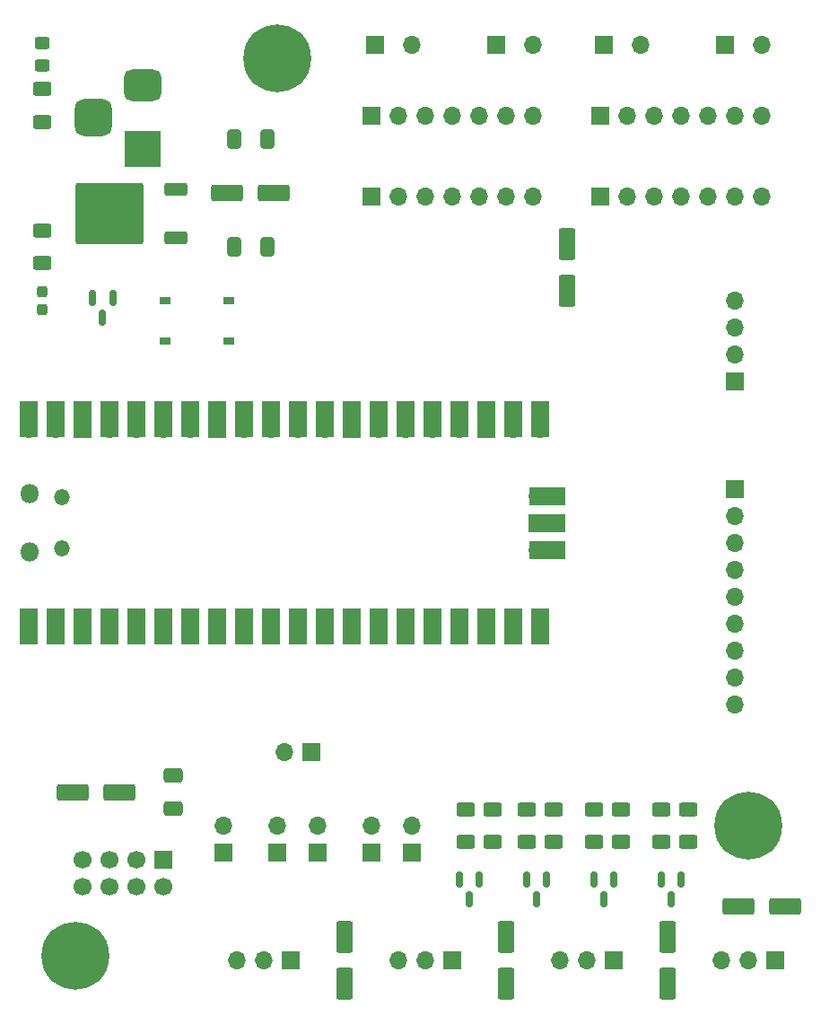
<source format=gts>
%TF.GenerationSoftware,KiCad,Pcbnew,8.0.1-8.0.1-1~ubuntu22.04.1*%
%TF.CreationDate,2024-10-21T19:50:32-04:00*%
%TF.ProjectId,RedRobotBreakout,52656452-6f62-46f7-9442-7265616b6f75,rev?*%
%TF.SameCoordinates,Original*%
%TF.FileFunction,Soldermask,Top*%
%TF.FilePolarity,Negative*%
%FSLAX46Y46*%
G04 Gerber Fmt 4.6, Leading zero omitted, Abs format (unit mm)*
G04 Created by KiCad (PCBNEW 8.0.1-8.0.1-1~ubuntu22.04.1) date 2024-10-21 19:50:32*
%MOMM*%
%LPD*%
G01*
G04 APERTURE LIST*
G04 Aperture macros list*
%AMRoundRect*
0 Rectangle with rounded corners*
0 $1 Rounding radius*
0 $2 $3 $4 $5 $6 $7 $8 $9 X,Y pos of 4 corners*
0 Add a 4 corners polygon primitive as box body*
4,1,4,$2,$3,$4,$5,$6,$7,$8,$9,$2,$3,0*
0 Add four circle primitives for the rounded corners*
1,1,$1+$1,$2,$3*
1,1,$1+$1,$4,$5*
1,1,$1+$1,$6,$7*
1,1,$1+$1,$8,$9*
0 Add four rect primitives between the rounded corners*
20,1,$1+$1,$2,$3,$4,$5,0*
20,1,$1+$1,$4,$5,$6,$7,0*
20,1,$1+$1,$6,$7,$8,$9,0*
20,1,$1+$1,$8,$9,$2,$3,0*%
G04 Aperture macros list end*
%ADD10RoundRect,0.250000X0.850000X0.350000X-0.850000X0.350000X-0.850000X-0.350000X0.850000X-0.350000X0*%
%ADD11RoundRect,0.249997X2.950003X2.650003X-2.950003X2.650003X-2.950003X-2.650003X2.950003X-2.650003X0*%
%ADD12RoundRect,0.875000X-0.875000X0.875000X-0.875000X-0.875000X0.875000X-0.875000X0.875000X0.875000X0*%
%ADD13RoundRect,0.750000X-1.000000X0.750000X-1.000000X-0.750000X1.000000X-0.750000X1.000000X0.750000X0*%
%ADD14R,3.500000X3.500000*%
%ADD15RoundRect,0.250000X-0.550000X1.250000X-0.550000X-1.250000X0.550000X-1.250000X0.550000X1.250000X0*%
%ADD16RoundRect,0.250000X-1.250000X-0.550000X1.250000X-0.550000X1.250000X0.550000X-1.250000X0.550000X0*%
%ADD17RoundRect,0.250000X-0.625000X0.400000X-0.625000X-0.400000X0.625000X-0.400000X0.625000X0.400000X0*%
%ADD18R,1.700000X1.700000*%
%ADD19O,1.700000X1.700000*%
%ADD20RoundRect,0.250000X0.650000X-0.412500X0.650000X0.412500X-0.650000X0.412500X-0.650000X-0.412500X0*%
%ADD21C,0.800000*%
%ADD22C,6.400000*%
%ADD23RoundRect,0.250000X-0.450000X0.325000X-0.450000X-0.325000X0.450000X-0.325000X0.450000X0.325000X0*%
%ADD24RoundRect,0.250000X1.250000X0.550000X-1.250000X0.550000X-1.250000X-0.550000X1.250000X-0.550000X0*%
%ADD25C,1.700000*%
%ADD26RoundRect,0.150000X-0.150000X0.587500X-0.150000X-0.587500X0.150000X-0.587500X0.150000X0.587500X0*%
%ADD27RoundRect,0.250000X0.625000X-0.400000X0.625000X0.400000X-0.625000X0.400000X-0.625000X-0.400000X0*%
%ADD28RoundRect,0.250000X-0.412500X-0.650000X0.412500X-0.650000X0.412500X0.650000X-0.412500X0.650000X0*%
%ADD29R,3.500000X1.700000*%
%ADD30R,1.700000X3.500000*%
%ADD31O,1.800000X1.800000*%
%ADD32O,1.500000X1.500000*%
%ADD33R,1.000000X0.750000*%
%ADD34RoundRect,0.237500X-0.237500X0.287500X-0.237500X-0.287500X0.237500X-0.287500X0.237500X0.287500X0*%
G04 APERTURE END LIST*
D10*
%TO.C,U5*%
X158075000Y-54985000D03*
D11*
X151775000Y-52705000D03*
D10*
X158075000Y-50425000D03*
%TD*%
D12*
%TO.C,J5*%
X150240000Y-43640000D03*
D13*
X154940000Y-40640000D03*
D14*
X154940000Y-46640000D03*
%TD*%
D15*
%TO.C,C10*%
X173990000Y-125390000D03*
X173990000Y-120990000D03*
%TD*%
%TO.C,C9*%
X189230000Y-120990000D03*
X189230000Y-125390000D03*
%TD*%
%TO.C,C8*%
X204470000Y-120990000D03*
X204470000Y-125390000D03*
%TD*%
D16*
%TO.C,C7*%
X211160000Y-118110000D03*
X215560000Y-118110000D03*
%TD*%
D17*
%TO.C,R6*%
X200025000Y-108940000D03*
X200025000Y-112040000D03*
%TD*%
D18*
%TO.C,U3*%
X198115000Y-51170000D03*
D19*
X200655000Y-51170000D03*
X203195000Y-51170000D03*
X205735000Y-51170000D03*
X208275000Y-51170000D03*
X210815000Y-51170000D03*
X213355000Y-51170000D03*
X213355000Y-43550000D03*
X210815000Y-43550000D03*
X208275000Y-43550000D03*
X205735000Y-43550000D03*
X203195000Y-43550000D03*
X200655000Y-43550000D03*
D18*
X198115000Y-43550000D03*
%TD*%
D20*
%TO.C,C2*%
X157820000Y-108877500D03*
X157820000Y-105752500D03*
%TD*%
D21*
%TO.C,H3*%
X150990000Y-122762944D03*
X150287056Y-124460000D03*
X150287056Y-121065888D03*
X148590000Y-125162944D03*
D22*
X148590000Y-122762944D03*
D21*
X148590000Y-120362944D03*
X146892944Y-124460000D03*
X146892944Y-121065888D03*
X146190000Y-122762944D03*
%TD*%
D19*
%TO.C,J3*%
X201930000Y-36830000D03*
D18*
X198430000Y-36830000D03*
%TD*%
%TO.C,J16*%
X176530000Y-113035000D03*
D19*
X176530000Y-110495000D03*
%TD*%
%TO.C,J1*%
X180340000Y-36830000D03*
D18*
X176840000Y-36830000D03*
%TD*%
D23*
%TO.C,D1*%
X145415000Y-36685000D03*
X145415000Y-38735000D03*
%TD*%
D24*
%TO.C,C1*%
X152695000Y-107315000D03*
X148295000Y-107315000D03*
%TD*%
D18*
%TO.C,J13*%
X162560000Y-113035000D03*
D19*
X162560000Y-110495000D03*
%TD*%
D18*
%TO.C,U4*%
X156845000Y-113665000D03*
D25*
X156845000Y-116205000D03*
X154305000Y-113665000D03*
X154305000Y-116205000D03*
X151765000Y-113665000D03*
X151765000Y-116205000D03*
X149225000Y-113665000D03*
X149225000Y-116205000D03*
%TD*%
D16*
%TO.C,C4*%
X162900000Y-50800000D03*
X167300000Y-50800000D03*
%TD*%
D21*
%TO.C,H1*%
X214490000Y-110490000D03*
X213787056Y-112187056D03*
X213787056Y-108792944D03*
X212090000Y-112890000D03*
D22*
X212090000Y-110490000D03*
D21*
X212090000Y-108090000D03*
X210392944Y-112187056D03*
X210392944Y-108792944D03*
X209690000Y-110490000D03*
%TD*%
D18*
%TO.C,J15*%
X171450000Y-113035000D03*
D19*
X171450000Y-110495000D03*
%TD*%
D17*
%TO.C,R10*%
X187960000Y-108940000D03*
X187960000Y-112040000D03*
%TD*%
D26*
%TO.C,Q4*%
X186690000Y-115570000D03*
X184790000Y-115570000D03*
X185740000Y-117445000D03*
%TD*%
%TO.C,D2*%
X150180000Y-60657500D03*
X152080000Y-60657500D03*
X151130000Y-62532500D03*
%TD*%
D27*
%TO.C,R2*%
X145415000Y-57430000D03*
X145415000Y-54330000D03*
%TD*%
D18*
%TO.C,U2*%
X176525000Y-51170000D03*
D19*
X179065000Y-51170000D03*
X181605000Y-51170000D03*
X184145000Y-51170000D03*
X186685000Y-51170000D03*
X189225000Y-51170000D03*
X191765000Y-51170000D03*
X191765000Y-43550000D03*
X189225000Y-43550000D03*
X186685000Y-43550000D03*
X184145000Y-43550000D03*
X181605000Y-43550000D03*
X179065000Y-43550000D03*
D18*
X176525000Y-43550000D03*
%TD*%
D19*
%TO.C,J8*%
X179055000Y-123190000D03*
X181595000Y-123190000D03*
D18*
X184135000Y-123190000D03*
%TD*%
D28*
%TO.C,C3*%
X163537500Y-45720000D03*
X166662500Y-45720000D03*
%TD*%
D17*
%TO.C,R7*%
X191135000Y-108940000D03*
X191135000Y-112040000D03*
%TD*%
%TO.C,R8*%
X193675000Y-108940000D03*
X193675000Y-112040000D03*
%TD*%
D28*
%TO.C,C5*%
X163537500Y-55880000D03*
X166662500Y-55880000D03*
%TD*%
D18*
%TO.C,J18*%
X170820000Y-103505000D03*
D19*
X168280000Y-103505000D03*
%TD*%
D26*
%TO.C,Q2*%
X199390000Y-115570000D03*
X197490000Y-115570000D03*
X198440000Y-117445000D03*
%TD*%
D18*
%TO.C,J9*%
X168910000Y-123190000D03*
D19*
X166370000Y-123190000D03*
X163830000Y-123190000D03*
%TD*%
D29*
%TO.C,U1*%
X193075000Y-79375000D03*
D19*
X192175000Y-79375000D03*
D29*
X193075000Y-81915000D03*
D18*
X192175000Y-81915000D03*
D29*
X193075000Y-84455000D03*
D19*
X192175000Y-84455000D03*
D30*
X144145000Y-72125000D03*
D19*
X144145000Y-73025000D03*
D30*
X146685000Y-72125000D03*
D19*
X146685000Y-73025000D03*
D30*
X149225000Y-72125000D03*
D18*
X149225000Y-73025000D03*
D30*
X151765000Y-72125000D03*
D19*
X151765000Y-73025000D03*
D30*
X154305000Y-72125000D03*
D19*
X154305000Y-73025000D03*
D30*
X156845000Y-72125000D03*
D19*
X156845000Y-73025000D03*
D30*
X159385000Y-72125000D03*
D19*
X159385000Y-73025000D03*
D30*
X161925000Y-72125000D03*
D18*
X161925000Y-73025000D03*
D30*
X164465000Y-72125000D03*
D19*
X164465000Y-73025000D03*
D30*
X167005000Y-72125000D03*
D19*
X167005000Y-73025000D03*
D30*
X169545000Y-72125000D03*
D19*
X169545000Y-73025000D03*
D30*
X172085000Y-72125000D03*
D19*
X172085000Y-73025000D03*
D30*
X174625000Y-72125000D03*
D18*
X174625000Y-73025000D03*
D30*
X177165000Y-72125000D03*
D19*
X177165000Y-73025000D03*
D30*
X179705000Y-72125000D03*
D19*
X179705000Y-73025000D03*
D30*
X182245000Y-72125000D03*
D19*
X182245000Y-73025000D03*
D30*
X184785000Y-72125000D03*
D19*
X184785000Y-73025000D03*
D30*
X187325000Y-72125000D03*
D18*
X187325000Y-73025000D03*
D30*
X189865000Y-72125000D03*
D19*
X189865000Y-73025000D03*
D30*
X192405000Y-72125000D03*
D19*
X192405000Y-73025000D03*
D30*
X192405000Y-91705000D03*
D19*
X192405000Y-90805000D03*
D30*
X189865000Y-91705000D03*
D19*
X189865000Y-90805000D03*
D30*
X187325000Y-91705000D03*
D18*
X187325000Y-90805000D03*
D30*
X184785000Y-91705000D03*
D19*
X184785000Y-90805000D03*
D30*
X182245000Y-91705000D03*
D19*
X182245000Y-90805000D03*
D30*
X179705000Y-91705000D03*
D19*
X179705000Y-90805000D03*
D30*
X177165000Y-91705000D03*
D19*
X177165000Y-90805000D03*
D30*
X174625000Y-91705000D03*
D18*
X174625000Y-90805000D03*
D30*
X172085000Y-91705000D03*
D19*
X172085000Y-90805000D03*
D30*
X169545000Y-91705000D03*
D19*
X169545000Y-90805000D03*
D30*
X167005000Y-91705000D03*
D19*
X167005000Y-90805000D03*
D30*
X164465000Y-91705000D03*
D19*
X164465000Y-90805000D03*
D30*
X161925000Y-91705000D03*
D18*
X161925000Y-90805000D03*
D30*
X159385000Y-91705000D03*
D19*
X159385000Y-90805000D03*
D30*
X156845000Y-91705000D03*
D19*
X156845000Y-90805000D03*
D30*
X154305000Y-91705000D03*
D19*
X154305000Y-90805000D03*
D30*
X151765000Y-91705000D03*
D19*
X151765000Y-90805000D03*
D30*
X149225000Y-91705000D03*
D18*
X149225000Y-90805000D03*
D30*
X146685000Y-91705000D03*
D19*
X146685000Y-90805000D03*
D30*
X144145000Y-91705000D03*
D19*
X144145000Y-90805000D03*
D31*
X144275000Y-79190000D03*
D32*
X147305000Y-79490000D03*
X147305000Y-84340000D03*
D31*
X144275000Y-84640000D03*
%TD*%
D27*
%TO.C,R1*%
X145415000Y-44095000D03*
X145415000Y-40995000D03*
%TD*%
D18*
%TO.C,J17*%
X180340000Y-113035000D03*
D19*
X180340000Y-110495000D03*
%TD*%
D21*
%TO.C,H2*%
X170040000Y-38100000D03*
X169337056Y-39797056D03*
X169337056Y-36402944D03*
X167640000Y-40500000D03*
D22*
X167640000Y-38100000D03*
D21*
X167640000Y-35700000D03*
X165942944Y-39797056D03*
X165942944Y-36402944D03*
X165240000Y-38100000D03*
%TD*%
D26*
%TO.C,Q3*%
X193040000Y-115570000D03*
X191140000Y-115570000D03*
X192090000Y-117445000D03*
%TD*%
%TO.C,Q1*%
X205740000Y-115570000D03*
X203840000Y-115570000D03*
X204790000Y-117445000D03*
%TD*%
D15*
%TO.C,C6*%
X194945000Y-55585000D03*
X194945000Y-59985000D03*
%TD*%
D33*
%TO.C,SW1*%
X157020000Y-60990000D03*
X163020000Y-60990000D03*
X157020000Y-64740000D03*
X163020000Y-64740000D03*
%TD*%
D34*
%TO.C,D3*%
X145415000Y-60085000D03*
X145415000Y-61835000D03*
%TD*%
D18*
%TO.C,J7*%
X199390000Y-123190000D03*
D19*
X196850000Y-123190000D03*
X194310000Y-123190000D03*
%TD*%
D17*
%TO.C,R3*%
X203835000Y-108940000D03*
X203835000Y-112040000D03*
%TD*%
D18*
%TO.C,J14*%
X167640000Y-113035000D03*
D19*
X167640000Y-110495000D03*
%TD*%
D18*
%TO.C,J10*%
X210820000Y-68570000D03*
D19*
X210820000Y-66030000D03*
X210820000Y-63490000D03*
X210820000Y-60950000D03*
%TD*%
%TO.C,J6*%
X209550000Y-123190000D03*
X212090000Y-123190000D03*
D18*
X214630000Y-123190000D03*
%TD*%
D17*
%TO.C,R9*%
X185420000Y-108940000D03*
X185420000Y-112040000D03*
%TD*%
%TO.C,R5*%
X197485000Y-108940000D03*
X197485000Y-112040000D03*
%TD*%
D19*
%TO.C,J2*%
X191770000Y-36830000D03*
D18*
X188270000Y-36830000D03*
%TD*%
D17*
%TO.C,R4*%
X206375000Y-108940000D03*
X206375000Y-112040000D03*
%TD*%
D19*
%TO.C,J4*%
X213360000Y-36830000D03*
D18*
X209860000Y-36830000D03*
%TD*%
%TO.C,J11*%
X210820000Y-78740000D03*
D19*
X210820000Y-81280000D03*
X210820000Y-83820000D03*
X210820000Y-86360000D03*
X210820000Y-88900000D03*
X210820000Y-91440000D03*
X210820000Y-93980000D03*
X210820000Y-96520000D03*
X210820000Y-99060000D03*
%TD*%
M02*

</source>
